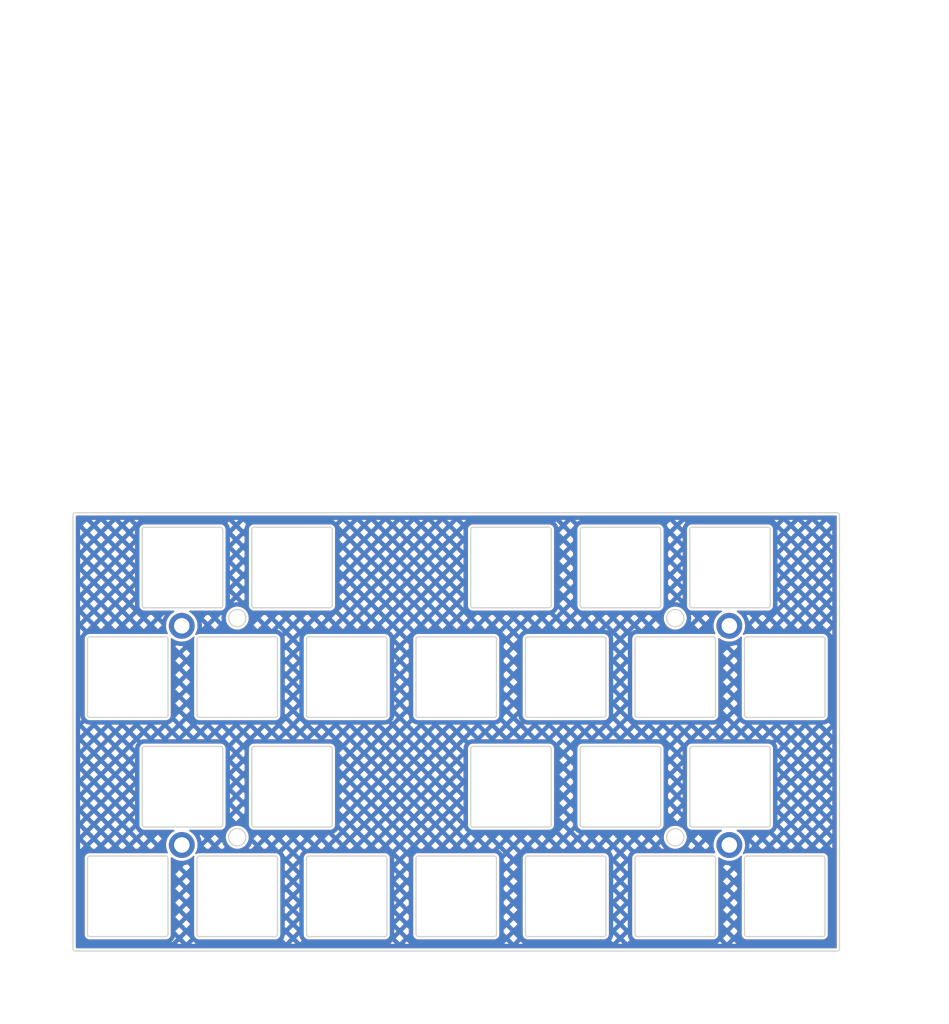
<source format=kicad_pcb>
(kicad_pcb (version 20241229) (generator "pcbnew") (generator_version "9.0")
  (layers (0 "F.Cu" signal "Front") (4 "In1.Cu" power) (6 "In2.Cu" power) (2 "B.Cu" signal "Back") (13 "F.Paste" user) (15 "B.Paste" user) (5 "F.SilkS" user "F.Silkscreen") (7 "B.SilkS" user "B.Silkscreen") (1 "F.Mask" user) (3 "B.Mask" user) (25 "Edge.Cuts" user))
  (net 0 "")
  (net 1 "+3V3")
  (net 2 "GND")
  (footprint "MountingHole:MountingHole_2.7mm_M2.5_ISO7380_Pad_TopBottom" (layer "F.Cu") (at 44.323 133.96)
    (property "Reference" "REF**" (hide yes))
    (property "Value" "MountingHole_2.7mm_M2.5_ISO7380_Pad_TopBottom")
    (pad "1" thru_hole circle (at 0 0) (size 3.1 3.1) (drill 2.7) (layers "*.Cu" "*.Mask"))
    (pad "1" connect circle (at 0 0) (size 4.5 4.5) (layers "F.Cu" "F.Mask"))
    (pad "1" connect circle (at 0 0) (size 4.5 4.5) (layers "B.Cu" "B.Mask"))
  )
  (footprint "MountingHole:MountingHole_2.7mm_M2.5_ISO7380_Pad_TopBottom" (layer "F.Cu") (at 139.58 172.06)
    (property "Reference" "REF**" (hide yes))
    (property "Value" "MountingHole_2.7mm_M2.5_ISO7380_Pad_TopBottom")
    (pad "1" thru_hole circle (at 0 0) (size 3.1 3.1) (drill 2.7) (layers "*.Cu" "*.Mask"))
    (pad "1" connect circle (at 0 0) (size 4.5 4.5) (layers "F.Cu" "F.Mask"))
    (pad "1" connect circle (at 0 0) (size 4.5 4.5) (layers "B.Cu" "B.Mask"))
  )
  (footprint "MountingHole:MountingHole_2.7mm_M2.5_ISO7380_Pad_TopBottom" (layer "F.Cu") (at 139.58 133.96)
    (property "Reference" "REF**" (hide yes))
    (property "Value" "MountingHole_2.7mm_M2.5_ISO7380_Pad_TopBottom")
    (pad "1" thru_hole circle (at 0 0) (size 3.1 3.1) (drill 2.7) (layers "*.Cu" "*.Mask"))
    (pad "1" connect circle (at 0 0) (size 4.5 4.5) (layers "F.Cu" "F.Mask"))
    (pad "1" connect circle (at 0 0) (size 4.5 4.5) (layers "B.Cu" "B.Mask"))
  )
  (footprint "MountingHole:MountingHole_2.7mm_M2.5_ISO7380_Pad_TopBottom" (layer "F.Cu") (at 44.33 172.06)
    (property "Reference" "REF**" (hide yes))
    (property "Value" "MountingHole_2.7mm_M2.5_ISO7380_Pad_TopBottom")
    (pad "1" thru_hole circle (at 0 0) (size 3.1 3.1) (drill 2.7) (layers "*.Cu" "*.Mask"))
    (pad "1" connect circle (at 0 0) (size 4.5 4.5) (layers "F.Cu" "F.Mask"))
    (pad "1" connect circle (at 0 0) (size 4.5 4.5) (layers "B.Cu" "B.Mask"))
  )
  (gr_line (start 104.525 187.975) (end 117.725 187.975) (stroke (width 0.2)) (layer "Edge.Cuts"))
  (gr_line (start 94.6 155.325) (end 94.6 168.525) (stroke (width 0.2)) (layer "Edge.Cuts"))
  (gr_line (start 70.5 155.325) (end 70.5 168.525) (stroke (width 0.2)) (layer "Edge.Cuts"))
  (gr_arc (start 123.575 149.875) (mid 123.292157 149.757843) (end 123.175 149.475) (stroke (width 0.2)) (layer "Edge.Cuts"))
  (gr_circle (center 130.175 132.615905) (end 131.675 132.615905) (stroke (width 0.2)) (fill no) (layer "Edge.Cuts"))
  (gr_line (start 137.175 187.575) (end 137.175 174.375) (stroke (width 0.2)) (layer "Edge.Cuts"))
  (gr_line (start 156.225 149.475) (end 156.225 136.275) (stroke (width 0.2)) (layer "Edge.Cuts"))
  (gr_arc (start 158.75 190.1) (mid 158.632843 190.382843) (end 158.35 190.5) (stroke (width 0.2)) (layer "Edge.Cuts"))
  (gr_arc (start 137.175 149.475) (mid 137.057843 149.757843) (end 136.775 149.875) (stroke (width 0.2)) (layer "Edge.Cuts"))
  (gr_arc (start 46.975 174.375) (mid 47.092157 174.092157) (end 47.375 173.975) (stroke (width 0.2)) (layer "Edge.Cuts"))
  (gr_line (start 85.475 173.975) (end 98.675 173.975) (stroke (width 0.2)) (layer "Edge.Cuts"))
  (gr_circle (center 130.175 170.715905) (end 131.675 170.715905) (stroke (width 0.2)) (fill no) (layer "Edge.Cuts"))
  (gr_line (start 46.975 149.475) (end 46.975 136.275) (stroke (width 0.2)) (layer "Edge.Cuts"))
  (gr_arc (start 79.625 135.875) (mid 79.907843 135.992157) (end 80.025 136.275) (stroke (width 0.2)) (layer "Edge.Cuts"))
  (gr_line (start 28.325 187.975) (end 41.525 187.975) (stroke (width 0.2)) (layer "Edge.Cuts"))
  (gr_arc (start 98.675 173.975) (mid 98.957843 174.092157) (end 99.075 174.375) (stroke (width 0.2)) (layer "Edge.Cuts"))
  (gr_line (start 95 154.925) (end 108.2 154.925) (stroke (width 0.2)) (layer "Edge.Cuts"))
  (gr_line (start 113.65 117.225) (end 113.65 130.425) (stroke (width 0.2)) (layer "Edge.Cuts"))
  (gr_arc (start 136.775 173.975) (mid 137.057843 174.092157) (end 137.175 174.375) (stroke (width 0.2)) (layer "Edge.Cuts"))
  (gr_line (start 127.65 155.325) (end 127.65 168.525) (stroke (width 0.2)) (layer "Edge.Cuts"))
  (gr_line (start 118.125 187.575) (end 118.125 174.375) (stroke (width 0.2)) (layer "Edge.Cuts"))
  (gr_line (start 85.475 135.875) (end 98.675 135.875) (stroke (width 0.2)) (layer "Edge.Cuts"))
  (gr_arc (start 28.325 149.875) (mid 28.042157 149.757843) (end 27.925 149.475) (stroke (width 0.2)) (layer "Edge.Cuts"))
  (gr_line (start 118.125 149.475) (end 118.125 136.275) (stroke (width 0.2)) (layer "Edge.Cuts"))
  (gr_line (start 25.8 190.5) (end 158.35 190.5) (stroke (width 0.2)) (layer "Edge.Cuts"))
  (gr_arc (start 127.25 154.925) (mid 127.532843 155.042157) (end 127.65 155.325) (stroke (width 0.2)) (layer "Edge.Cuts"))
  (gr_line (start 70.5 117.225) (end 70.5 130.425) (stroke (width 0.2)) (layer "Edge.Cuts"))
  (gr_arc (start 79.625 173.975) (mid 79.907843 174.092157) (end 80.025 174.375) (stroke (width 0.2)) (layer "Edge.Cuts"))
  (gr_line (start 37.45 117.225) (end 37.45 130.425) (stroke (width 0.2)) (layer "Edge.Cuts"))
  (gr_arc (start 80.025 187.575) (mid 79.907843 187.857843) (end 79.625 187.975) (stroke (width 0.2)) (layer "Edge.Cuts"))
  (gr_arc (start 108.6 168.525) (mid 108.482843 168.807843) (end 108.2 168.925) (stroke (width 0.2)) (layer "Edge.Cuts"))
  (gr_arc (start 123.175 174.375) (mid 123.292157 174.092157) (end 123.575 173.975) (stroke (width 0.2)) (layer "Edge.Cuts"))
  (gr_line (start 47.375 149.875) (end 60.575 149.875) (stroke (width 0.2)) (layer "Edge.Cuts"))
  (gr_arc (start 104.125 174.375) (mid 104.242157 174.092157) (end 104.525 173.975) (stroke (width 0.2)) (layer "Edge.Cuts"))
  (gr_line (start 123.175 149.475) (end 123.175 136.275) (stroke (width 0.2)) (layer "Edge.Cuts"))
  (gr_line (start 28.325 149.875) (end 41.525 149.875) (stroke (width 0.2)) (layer "Edge.Cuts"))
  (gr_line (start 46.975 187.575) (end 46.975 174.375) (stroke (width 0.2)) (layer "Edge.Cuts"))
  (gr_line (start 94.6 117.225) (end 94.6 130.425) (stroke (width 0.2)) (layer "Edge.Cuts"))
  (gr_arc (start 66.025 136.275) (mid 66.142157 135.992157) (end 66.425 135.875) (stroke (width 0.2)) (layer "Edge.Cuts"))
  (gr_line (start 56.9 130.825) (end 70.1 130.825) (stroke (width 0.2)) (layer "Edge.Cuts"))
  (gr_arc (start 56.5 117.225) (mid 56.617157 116.942157) (end 56.9 116.825) (stroke (width 0.2)) (layer "Edge.Cuts"))
  (gr_arc (start 85.075 174.375) (mid 85.192157 174.092157) (end 85.475 173.975) (stroke (width 0.2)) (layer "Edge.Cuts"))
  (gr_arc (start 60.975 149.475) (mid 60.857843 149.757843) (end 60.575 149.875) (stroke (width 0.2)) (layer "Edge.Cuts"))
  (gr_line (start 142.625 149.875) (end 155.825 149.875) (stroke (width 0.2)) (layer "Edge.Cuts"))
  (gr_arc (start 94.6 155.325) (mid 94.717157 155.042157) (end 95 154.925) (stroke (width 0.2)) (layer "Edge.Cuts"))
  (gr_line (start 27.925 187.575) (end 27.925 174.375) (stroke (width 0.2)) (layer "Edge.Cuts"))
  (gr_arc (start 114.05 168.925) (mid 113.767157 168.807843) (end 113.65 168.525) (stroke (width 0.2)) (layer "Edge.Cuts"))
  (gr_line (start 47.375 187.975) (end 60.575 187.975) (stroke (width 0.2)) (layer "Edge.Cuts"))
  (gr_arc (start 41.525 173.975) (mid 41.807843 174.092157) (end 41.925 174.375) (stroke (width 0.2)) (layer "Edge.Cuts"))
  (gr_line (start 41.925 149.475) (end 41.925 136.275) (stroke (width 0.2)) (layer "Edge.Cuts"))
  (gr_line (start 37.45 155.325) (end 37.45 168.525) (stroke (width 0.2)) (layer "Edge.Cuts"))
  (gr_arc (start 127.25 116.825) (mid 127.532843 116.942157) (end 127.65 117.225) (stroke (width 0.2)) (layer "Edge.Cuts"))
  (gr_arc (start 46.975 136.275) (mid 47.092157 135.992157) (end 47.375 135.875) (stroke (width 0.2)) (layer "Edge.Cuts"))
  (gr_arc (start 113.65 155.325) (mid 113.767157 155.042157) (end 114.05 154.925) (stroke (width 0.2)) (layer "Edge.Cuts"))
  (gr_line (start 99.075 149.475) (end 99.075 136.275) (stroke (width 0.2)) (layer "Edge.Cuts"))
  (gr_arc (start 99.075 149.475) (mid 98.957843 149.757843) (end 98.675 149.875) (stroke (width 0.2)) (layer "Edge.Cuts"))
  (gr_line (start 85.475 187.975) (end 98.675 187.975) (stroke (width 0.2)) (layer "Edge.Cuts"))
  (gr_line (start 114.05 168.925) (end 127.25 168.925) (stroke (width 0.2)) (layer "Edge.Cuts"))
  (gr_line (start 56.5 117.225) (end 56.5 130.425) (stroke (width 0.2)) (layer "Edge.Cuts"))
  (gr_line (start 80.025 149.475) (end 80.025 136.275) (stroke (width 0.2)) (layer "Edge.Cuts"))
  (gr_arc (start 47.375 149.875) (mid 47.092157 149.757843) (end 46.975 149.475) (stroke (width 0.2)) (layer "Edge.Cuts"))
  (gr_arc (start 66.425 187.975) (mid 66.142157 187.857843) (end 66.025 187.575) (stroke (width 0.2)) (layer "Edge.Cuts"))
  (gr_line (start 123.175 187.575) (end 123.175 174.375) (stroke (width 0.2)) (layer "Edge.Cuts"))
  (gr_line (start 85.075 187.575) (end 85.075 174.375) (stroke (width 0.2)) (layer "Edge.Cuts"))
  (gr_line (start 60.975 149.475) (end 60.975 136.275) (stroke (width 0.2)) (layer "Edge.Cuts"))
  (gr_line (start 142.225 149.475) (end 142.225 136.275) (stroke (width 0.2)) (layer "Edge.Cuts"))
  (gr_arc (start 80.025 149.475) (mid 79.907843 149.757843) (end 79.625 149.875) (stroke (width 0.2)) (layer "Edge.Cuts"))
  (gr_line (start 123.575 187.975) (end 136.775 187.975) (stroke (width 0.2)) (layer "Edge.Cuts"))
  (gr_arc (start 70.5 130.425) (mid 70.382843 130.707843) (end 70.1 130.825) (stroke (width 0.2)) (layer "Edge.Cuts"))
  (gr_arc (start 56.9 130.825) (mid 56.617157 130.707843) (end 56.5 130.425) (stroke (width 0.2)) (layer "Edge.Cuts"))
  (gr_arc (start 25.8 190.5) (mid 25.517157 190.382843) (end 25.4 190.1) (stroke (width 0.2)) (layer "Edge.Cuts"))
  (gr_arc (start 95 168.925) (mid 94.717157 168.807843) (end 94.6 168.525) (stroke (width 0.2)) (layer "Edge.Cuts"))
  (gr_arc (start 104.525 187.975) (mid 104.242157 187.857843) (end 104.125 187.575) (stroke (width 0.2)) (layer "Edge.Cuts"))
  (gr_arc (start 41.925 149.475) (mid 41.807843 149.757843) (end 41.525 149.875) (stroke (width 0.2)) (layer "Edge.Cuts"))
  (gr_line (start 104.525 135.875) (end 117.725 135.875) (stroke (width 0.2)) (layer "Edge.Cuts"))
  (gr_line (start 56.5 155.325) (end 56.5 168.525) (stroke (width 0.2)) (layer "Edge.Cuts"))
  (gr_arc (start 85.475 187.975) (mid 85.192157 187.857843) (end 85.075 187.575) (stroke (width 0.2)) (layer "Edge.Cuts"))
  (gr_line (start 41.925 187.575) (end 41.925 174.375) (stroke (width 0.2)) (layer "Edge.Cuts"))
  (gr_arc (start 132.7 155.325) (mid 132.817157 155.042157) (end 133.1 154.925) (stroke (width 0.2)) (layer "Edge.Cuts"))
  (gr_arc (start 142.225 136.275) (mid 142.342157 135.992157) (end 142.625 135.875) (stroke (width 0.2)) (layer "Edge.Cuts"))
  (gr_line (start 28.325 135.875) (end 41.525 135.875) (stroke (width 0.2)) (layer "Edge.Cuts"))
  (gr_arc (start 113.65 117.225) (mid 113.767157 116.942157) (end 114.05 116.825) (stroke (width 0.2)) (layer "Edge.Cuts"))
  (gr_line (start 95 168.925) (end 108.2 168.925) (stroke (width 0.2)) (layer "Edge.Cuts"))
  (gr_line (start 47.375 135.875) (end 60.575 135.875) (stroke (width 0.2)) (layer "Edge.Cuts"))
  (gr_arc (start 25.4 114.7) (mid 25.517157 114.417157) (end 25.8 114.3) (stroke (width 0.2)) (layer "Edge.Cuts"))
  (gr_line (start 99.075 187.575) (end 99.075 174.375) (stroke (width 0.2)) (layer "Edge.Cuts"))
  (gr_line (start 60.975 187.575) (end 60.975 174.375) (stroke (width 0.2)) (layer "Edge.Cuts"))
  (gr_arc (start 37.45 117.225) (mid 37.567157 116.942157) (end 37.85 116.825) (stroke (width 0.2)) (layer "Edge.Cuts"))
  (gr_line (start 142.225 187.575) (end 142.225 174.375) (stroke (width 0.2)) (layer "Edge.Cuts"))
  (gr_arc (start 70.1 154.925) (mid 70.382843 155.042157) (end 70.5 155.325) (stroke (width 0.2)) (layer "Edge.Cuts"))
  (gr_arc (start 156.225 149.475) (mid 156.107843 149.757843) (end 155.825 149.875) (stroke (width 0.2)) (layer "Edge.Cuts"))
  (gr_line (start 47.375 173.975) (end 60.575 173.975) (stroke (width 0.2)) (layer "Edge.Cuts"))
  (gr_arc (start 60.975 187.575) (mid 60.857843 187.857843) (end 60.575 187.975) (stroke (width 0.2)) (layer "Edge.Cuts"))
  (gr_line (start 104.125 187.575) (end 104.125 174.375) (stroke (width 0.2)) (layer "Edge.Cuts"))
  (gr_line (start 66.425 173.975) (end 79.625 173.975) (stroke (width 0.2)) (layer "Edge.Cuts"))
  (gr_line (start 56.9 154.925) (end 70.1 154.925) (stroke (width 0.2)) (layer "Edge.Cuts"))
  (gr_line (start 123.575 173.975) (end 136.775 173.975) (stroke (width 0.2)) (layer "Edge.Cuts"))
  (gr_arc (start 117.725 173.975) (mid 118.007843 174.092157) (end 118.125 174.375) (stroke (width 0.2)) (layer "Edge.Cuts"))
  (gr_arc (start 146.7 168.525) (mid 146.582843 168.807843) (end 146.3 168.925) (stroke (width 0.2)) (layer "Edge.Cuts"))
  (gr_line (start 56.9 168.925) (end 70.1 168.925) (stroke (width 0.2)) (layer "Edge.Cuts"))
  (gr_line (start 25.8 114.3) (end 158.35 114.3) (stroke (width 0.2)) (layer "Edge.Cuts"))
  (gr_arc (start 118.125 187.575) (mid 118.007843 187.857843) (end 117.725 187.975) (stroke (width 0.2)) (layer "Edge.Cuts"))
  (gr_arc (start 51.45 168.525) (mid 51.332843 168.807843) (end 51.05 168.925) (stroke (width 0.2)) (layer "Edge.Cuts"))
  (gr_arc (start 146.7 130.425) (mid 146.582843 130.707843) (end 146.3 130.825) (stroke (width 0.2)) (layer "Edge.Cuts"))
  (gr_arc (start 104.525 149.875) (mid 104.242157 149.757843) (end 104.125 149.475) (stroke (width 0.2)) (layer "Edge.Cuts"))
  (gr_arc (start 114.05 130.825) (mid 113.767157 130.707843) (end 113.65 130.425) (stroke (width 0.2)) (layer "Edge.Cuts"))
  (gr_line (start 37.85 116.825) (end 51.05 116.825) (stroke (width 0.2)) (layer "Edge.Cuts"))
  (gr_arc (start 108.2 116.825) (mid 108.482843 116.942157) (end 108.6 117.225) (stroke (width 0.2)) (layer "Edge.Cuts"))
  (gr_line (start 142.625 173.975) (end 155.825 173.975) (stroke (width 0.2)) (layer "Edge.Cuts"))
  (gr_arc (start 37.85 130.825) (mid 37.567157 130.707843) (end 37.45 130.425) (stroke (width 0.2)) (layer "Edge.Cuts"))
  (gr_circle (center 53.975 132.615905) (end 55.475 132.615905) (stroke (width 0.2)) (fill no) (layer "Edge.Cuts"))
  (gr_line (start 123.575 135.875) (end 136.775 135.875) (stroke (width 0.2)) (layer "Edge.Cuts"))
  (gr_arc (start 98.675 135.875) (mid 98.957843 135.992157) (end 99.075 136.275) (stroke (width 0.2)) (layer "Edge.Cuts"))
  (gr_line (start 156.225 187.575) (end 156.225 174.375) (stroke (width 0.2)) (layer "Edge.Cuts"))
  (gr_line (start 133.1 168.925) (end 146.3 168.925) (stroke (width 0.2)) (layer "Edge.Cuts"))
  (gr_arc (start 70.1 116.825) (mid 70.382843 116.942157) (end 70.5 117.225) (stroke (width 0.2)) (layer "Edge.Cuts"))
  (gr_arc (start 27.925 174.375) (mid 28.042157 174.092157) (end 28.325 173.975) (stroke (width 0.2)) (layer "Edge.Cuts"))
  (gr_line (start 56.9 116.825) (end 70.1 116.825) (stroke (width 0.2)) (layer "Edge.Cuts"))
  (gr_arc (start 136.775 135.875) (mid 137.057843 135.992157) (end 137.175 136.275) (stroke (width 0.2)) (layer "Edge.Cuts"))
  (gr_line (start 95 130.825) (end 108.2 130.825) (stroke (width 0.2)) (layer "Edge.Cuts"))
  (gr_line (start 66.425 149.875) (end 79.625 149.875) (stroke (width 0.2)) (layer "Edge.Cuts"))
  (gr_line (start 37.85 154.925) (end 51.05 154.925) (stroke (width 0.2)) (layer "Edge.Cuts"))
  (gr_arc (start 94.6 117.225) (mid 94.717157 116.942157) (end 95 116.825) (stroke (width 0.2)) (layer "Edge.Cuts"))
  (gr_arc (start 156.225 187.575) (mid 156.107843 187.857843) (end 155.825 187.975) (stroke (width 0.2)) (layer "Edge.Cuts"))
  (gr_arc (start 85.475 149.875) (mid 85.192157 149.757843) (end 85.075 149.475) (stroke (width 0.2)) (layer "Edge.Cuts"))
  (gr_arc (start 108.6 130.425) (mid 108.482843 130.707843) (end 108.2 130.825) (stroke (width 0.2)) (layer "Edge.Cuts"))
  (gr_line (start 85.075 149.475) (end 85.075 136.275) (stroke (width 0.2)) (layer "Edge.Cuts"))
  (gr_arc (start 133.1 168.925) (mid 132.817157 168.807843) (end 132.7 168.525) (stroke (width 0.2)) (layer "Edge.Cuts"))
  (gr_arc (start 85.075 136.275) (mid 85.192157 135.992157) (end 85.475 135.875) (stroke (width 0.2)) (layer "Edge.Cuts"))
  (gr_arc (start 51.05 154.925) (mid 51.332843 155.042157) (end 51.45 155.325) (stroke (width 0.2)) (layer "Edge.Cuts"))
  (gr_line (start 133.1 154.925) (end 146.3 154.925) (stroke (width 0.2)) (layer "Edge.Cuts"))
  (gr_arc (start 51.45 130.425) (mid 51.332843 130.707843) (end 51.05 130.825) (stroke (width 0.2)) (layer "Edge.Cuts"))
  (gr_line (start 37.85 130.825) (end 51.05 130.825) (stroke (width 0.2)) (layer "Edge.Cuts"))
  (gr_arc (start 56.5 155.325) (mid 56.617157 155.042157) (end 56.9 154.925) (stroke (width 0.2)) (layer "Edge.Cuts"))
  (gr_arc (start 132.7 117.225) (mid 132.817157 116.942157) (end 133.1 116.825) (stroke (width 0.2)) (layer "Edge.Cuts"))
  (gr_line (start 127.65 117.225) (end 127.65 130.425) (stroke (width 0.2)) (layer "Edge.Cuts"))
  (gr_arc (start 142.625 149.875) (mid 142.342157 149.757843) (end 142.225 149.475) (stroke (width 0.2)) (layer "Edge.Cuts"))
  (gr_arc (start 95 130.825) (mid 94.717157 130.707843) (end 94.6 130.425) (stroke (width 0.2)) (layer "Edge.Cuts"))
  (gr_arc (start 133.1 130.825) (mid 132.817157 130.707843) (end 132.7 130.425) (stroke (width 0.2)) (layer "Edge.Cuts"))
  (gr_line (start 37.85 168.925) (end 51.05 168.925) (stroke (width 0.2)) (layer "Edge.Cuts"))
  (gr_line (start 95 116.825) (end 108.2 116.825) (stroke (width 0.2)) (layer "Edge.Cuts"))
  (gr_arc (start 51.05 116.825) (mid 51.332843 116.942157) (end 51.45 117.225) (stroke (width 0.2)) (layer "Edge.Cuts"))
  (gr_arc (start 142.225 174.375) (mid 142.342157 174.092157) (end 142.625 173.975) (stroke (width 0.2)) (layer "Edge.Cuts"))
  (gr_line (start 142.625 187.975) (end 155.825 187.975) (stroke (width 0.2)) (layer "Edge.Cuts"))
  (gr_arc (start 123.175 136.275) (mid 123.292157 135.992157) (end 123.575 135.875) (stroke (width 0.2)) (layer "Edge.Cuts"))
  (gr_line (start 133.1 130.825) (end 146.3 130.825) (stroke (width 0.2)) (layer "Edge.Cuts"))
  (gr_line (start 132.7 117.225) (end 132.7 130.425) (stroke (width 0.2)) (layer "Edge.Cuts"))
  (gr_arc (start 137.175 187.575) (mid 137.057843 187.857843) (end 136.775 187.975) (stroke (width 0.2)) (layer "Edge.Cuts"))
  (gr_line (start 132.7 155.325) (end 132.7 168.525) (stroke (width 0.2)) (layer "Edge.Cuts"))
  (gr_line (start 146.7 117.225) (end 146.7 130.425) (stroke (width 0.2)) (layer "Edge.Cuts"))
  (gr_line (start 142.625 135.875) (end 155.825 135.875) (stroke (width 0.2)) (layer "Edge.Cuts"))
  (gr_line (start 80.025 187.575) (end 80.025 174.375) (stroke (width 0.2)) (layer "Edge.Cuts"))
  (gr_line (start 104.525 149.875) (end 117.725 149.875) (stroke (width 0.2)) (layer "Edge.Cuts"))
  (gr_line (start 66.025 187.575) (end 66.025 174.375) (stroke (width 0.2)) (layer "Edge.Cuts"))
  (gr_line (start 51.45 155.325) (end 51.45 168.525) (stroke (width 0.2)) (layer "Edge.Cuts"))
  (gr_line (start 146.7 155.325) (end 146.7 168.525) (stroke (width 0.2)) (layer "Edge.Cuts"))
  (gr_arc (start 146.3 154.925) (mid 146.582843 155.042157) (end 146.7 155.325) (stroke (width 0.2)) (layer "Edge.Cuts"))
  (gr_line (start 27.925 149.475) (end 27.925 136.275) (stroke (width 0.2)) (layer "Edge.Cuts"))
  (gr_line (start 158.75 114.7) (end 158.75 190.1) (stroke (width 0.2)) (layer "Edge.Cuts"))
  (gr_arc (start 60.575 173.975) (mid 60.857843 174.092157) (end 60.975 174.375) (stroke (width 0.2)) (layer "Edge.Cuts"))
  (gr_arc (start 70.5 168.525) (mid 70.382843 168.807843) (end 70.1 168.925) (stroke (width 0.2)) (layer "Edge.Cuts"))
  (gr_arc (start 41.525 135.875) (mid 41.807843 135.992157) (end 41.925 136.275) (stroke (width 0.2)) (layer "Edge.Cuts"))
  (gr_line (start 66.025 149.475) (end 66.025 136.275) (stroke (width 0.2)) (layer "Edge.Cuts"))
  (gr_arc (start 155.825 173.975) (mid 156.107843 174.092157) (end 156.225 174.375) (stroke (width 0.2)) (layer "Edge.Cuts"))
  (gr_arc (start 127.65 130.425) (mid 127.532843 130.707843) (end 127.25 130.825) (stroke (width 0.2)) (layer "Edge.Cuts"))
  (gr_line (start 114.05 154.925) (end 127.25 154.925) (stroke (width 0.2)) (layer "Edge.Cuts"))
  (gr_arc (start 117.725 135.875) (mid 118.007843 135.992157) (end 118.125 136.275) (stroke (width 0.2)) (layer "Edge.Cuts"))
  (gr_line (start 114.05 130.825) (end 127.25 130.825) (stroke (width 0.2)) (layer "Edge.Cuts"))
  (gr_arc (start 60.575 135.875) (mid 60.857843 135.992157) (end 60.975 136.275) (stroke (width 0.2)) (layer "Edge.Cuts"))
  (gr_arc (start 104.125 136.275) (mid 104.242157 135.992157) (end 104.525 135.875) (stroke (width 0.2)) (layer "Edge.Cuts"))
  (gr_arc (start 146.3 116.825) (mid 146.582843 116.942157) (end 146.7 117.225) (stroke (width 0.2)) (layer "Edge.Cuts"))
  (gr_arc (start 27.925 136.275) (mid 28.042157 135.992157) (end 28.325 135.875) (stroke (width 0.2)) (layer "Edge.Cuts"))
  (gr_line (start 137.175 149.475) (end 137.175 136.275) (stroke (width 0.2)) (layer "Edge.Cuts"))
  (gr_line (start 51.45 117.225) (end 51.45 130.425) (stroke (width 0.2)) (layer "Edge.Cuts"))
  (gr_line (start 113.65 155.325) (end 113.65 168.525) (stroke (width 0.2)) (layer "Edge.Cuts"))
  (gr_arc (start 99.075 187.575) (mid 98.957843 187.857843) (end 98.675 187.975) (stroke (width 0.2)) (layer "Edge.Cuts"))
  (gr_arc (start 37.85 168.925) (mid 37.567157 168.807843) (end 37.45 168.525) (stroke (width 0.2)) (layer "Edge.Cuts"))
  (gr_circle (center 53.975 170.715905) (end 55.475 170.715905) (stroke (width 0.2)) (fill no) (layer "Edge.Cuts"))
  (gr_line (start 123.575 149.875) (end 136.775 149.875) (stroke (width 0.2)) (layer "Edge.Cuts"))
  (gr_arc (start 123.575 187.975) (mid 123.292157 187.857843) (end 123.175 187.575) (stroke (width 0.2)) (layer "Edge.Cuts"))
  (gr_arc (start 47.375 187.975) (mid 47.092157 187.857843) (end 46.975 187.575) (stroke (width 0.2)) (layer "Edge.Cuts"))
  (gr_arc (start 66.425 149.875) (mid 66.142157 149.757843) (end 66.025 149.475) (stroke (width 0.2)) (layer "Edge.Cuts"))
  (gr_line (start 114.05 116.825) (end 127.25 116.825) (stroke (width 0.2)) (layer "Edge.Cuts"))
  (gr_arc (start 56.9 168.925) (mid 56.617157 168.807843) (end 56.5 168.525) (stroke (width 0.2)) (layer "Edge.Cuts"))
  (gr_arc (start 127.65 168.525) (mid 127.532843 168.807843) (end 127.25 168.925) (stroke (width 0.2)) (layer "Edge.Cuts"))
  (gr_arc (start 66.025 174.375) (mid 66.142157 174.092157) (end 66.425 173.975) (stroke (width 0.2)) (layer "Edge.Cuts"))
  (gr_line (start 28.325 173.975) (end 41.525 173.975) (stroke (width 0.2)) (layer "Edge.Cuts"))
  (gr_arc (start 108.2 154.925) (mid 108.482843 155.042157) (end 108.6 155.325) (stroke (width 0.2)) (layer "Edge.Cuts"))
  (gr_line (start 108.6 155.325) (end 108.6 168.525) (stroke (width 0.2)) (layer "Edge.Cuts"))
  (gr_line (start 66.425 135.875) (end 79.625 135.875) (stroke (width 0.2)) (layer "Edge.Cuts"))
  (gr_arc (start 118.125 149.475) (mid 118.007843 149.757843) (end 117.725 149.875) (stroke (width 0.2)) (layer "Edge.Cuts"))
  (gr_arc (start 142.625 187.975) (mid 142.342157 187.857843) (end 142.225 187.575) (stroke (width 0.2)) (layer "Edge.Cuts"))
  (gr_arc (start 41.925 187.575) (mid 41.807843 187.857843) (end 41.525 187.975) (stroke (width 0.2)) (layer "Edge.Cuts"))
  (gr_line (start 66.425 187.975) (end 79.625 187.975) (stroke (width 0.2)) (layer "Edge.Cuts"))
  (gr_line (start 104.525 173.975) (end 117.725 173.975) (stroke (width 0.2)) (layer "Edge.Cuts"))
  (gr_line (start 85.475 149.875) (end 98.675 149.875) (stroke (width 0.2)) (layer "Edge.Cuts"))
  (gr_arc (start 37.45 155.325) (mid 37.567157 155.042157) (end 37.85 154.925) (stroke (width 0.2)) (layer "Edge.Cuts"))
  (gr_arc (start 28.325 187.975) (mid 28.042157 187.857843) (end 27.925 187.575) (stroke (width 0.2)) (layer "Edge.Cuts"))
  (gr_line (start 108.6 117.225) (end 108.6 130.425) (stroke (width 0.2)) (layer "Edge.Cuts"))
  (gr_line (start 25.4 114.7) (end 25.4 190.1) (stroke (width 0.2)) (layer "Edge.Cuts"))
  (gr_arc (start 155.825 135.875) (mid 156.107843 135.992157) (end 156.225 136.275) (stroke (width 0.2)) (layer "Edge.Cuts"))
  (gr_line (start 104.125 149.475) (end 104.125 136.275) (stroke (width 0.2)) (layer "Edge.Cuts"))
  (gr_line (start 133.1 116.825) (end 146.3 116.825) (stroke (width 0.2)) (layer "Edge.Cuts"))
  (gr_arc (start 158.35 114.3) (mid 158.632843 114.417157) (end 158.75 114.7) (stroke (width 0.2)) (layer "Edge.Cuts"))
  (zone (net 2) (net_name "GND") (layers "F.Cu" "B.Cu") (priority 2) (connect_pads (clearance 0.5)) (min_thickness 0.25) (fill yes (mode hatch) (thermal_gap 0.5) (thermal_bridge_width 0.5) (hatch_thickness 0.75) (hatch_gap 1) (hatch_orientation 45) (hatch_border_algorithm hatch_thickness) (hatch_min_hole_area 0.3))
    (polygon (pts (xy 25.4 114.3) (xy 25.4 203.2) (xy 165.1 203.2) (xy 165.1 114.3)))
  )
)
</source>
